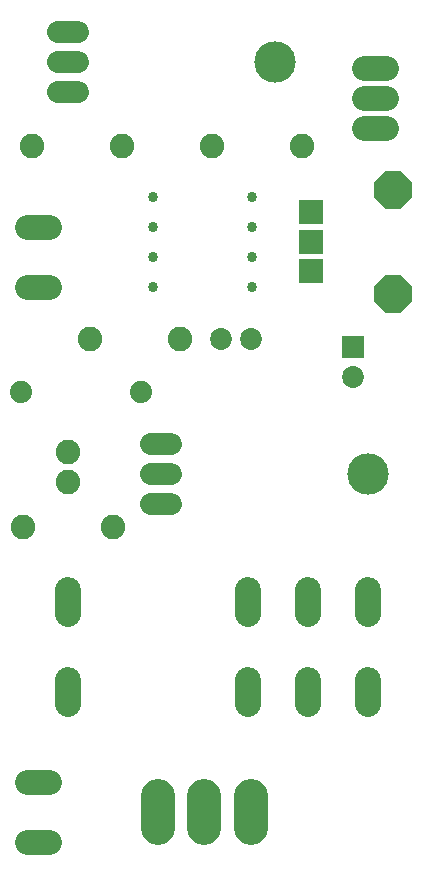
<source format=gbr>
G04 EAGLE Gerber RS-274X export*
G75*
%MOMM*%
%FSLAX34Y34*%
%LPD*%
%INSoldermask Top*%
%IPPOS*%
%AMOC8*
5,1,8,0,0,1.08239X$1,22.5*%
G01*
%ADD10R,1.854200X1.854200*%
%ADD11C,1.854200*%
%ADD12C,2.908300*%
%ADD13C,1.879600*%
%ADD14C,2.082800*%
%ADD15C,0.863600*%
%ADD16C,2.082800*%
%ADD17C,2.184400*%
%ADD18C,1.879600*%
%ADD19C,3.505200*%
%ADD20R,2.082800X2.082800*%
%ADD21P,3.467112X8X202.500000*%


D10*
X304800Y457000D03*
D11*
X304800Y432000D03*
X193040Y463550D03*
X218440Y463550D03*
D12*
X139700Y77026D02*
X139700Y49975D01*
X179324Y49975D02*
X179324Y77026D01*
X218948Y77026D02*
X218948Y49975D01*
D13*
X125730Y419100D03*
X24130Y419100D03*
D14*
X63500Y342900D03*
X63500Y368300D03*
D15*
X219710Y584200D03*
X219710Y558800D03*
X219710Y533400D03*
X219710Y508000D03*
X135890Y584200D03*
X135890Y558800D03*
X135890Y533400D03*
X135890Y508000D03*
D16*
X47498Y88900D02*
X28702Y88900D01*
X28702Y38100D02*
X47498Y38100D01*
X47498Y558800D02*
X28702Y558800D01*
X28702Y508000D02*
X47498Y508000D01*
X314452Y693420D02*
X333248Y693420D01*
X333248Y668020D02*
X314452Y668020D01*
X314452Y642620D02*
X333248Y642620D01*
D17*
X63500Y175006D02*
X63500Y155194D01*
X63500Y231394D02*
X63500Y251206D01*
X266700Y251206D02*
X266700Y231394D01*
X215900Y175006D02*
X215900Y155194D01*
X317500Y155194D02*
X317500Y175006D01*
X266700Y175006D02*
X266700Y155194D01*
X215900Y231394D02*
X215900Y251206D01*
X317500Y251206D02*
X317500Y231394D01*
D18*
X71882Y723900D02*
X55118Y723900D01*
X55118Y698500D02*
X71882Y698500D01*
X71882Y673100D02*
X55118Y673100D01*
D19*
X238760Y698500D03*
D18*
X150622Y374650D02*
X133858Y374650D01*
X133858Y349250D02*
X150622Y349250D01*
X150622Y323850D02*
X133858Y323850D01*
D19*
X317500Y349250D03*
D14*
X25400Y304800D03*
X101600Y304800D03*
X185420Y627380D03*
X261620Y627380D03*
X158750Y463550D03*
X82550Y463550D03*
X33020Y627380D03*
X109220Y627380D03*
D20*
X269090Y571100D03*
X269090Y546100D03*
X269090Y521100D03*
D21*
X339090Y590100D03*
X339090Y502100D03*
M02*

</source>
